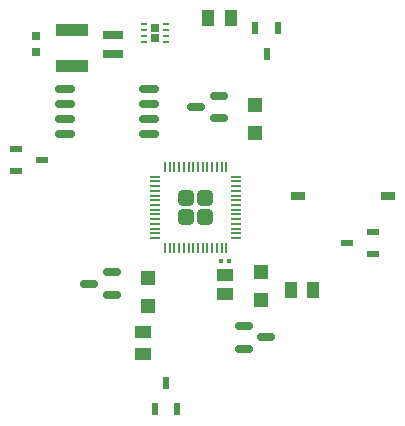
<source format=gbr>
%TF.GenerationSoftware,KiCad,Pcbnew,9.0.6*%
%TF.CreationDate,2025-12-07T19:18:26-08:00*%
%TF.ProjectId,redstone_comparator,72656473-746f-46e6-955f-636f6d706172,rev?*%
%TF.SameCoordinates,Original*%
%TF.FileFunction,Paste,Top*%
%TF.FilePolarity,Positive*%
%FSLAX46Y46*%
G04 Gerber Fmt 4.6, Leading zero omitted, Abs format (unit mm)*
G04 Created by KiCad (PCBNEW 9.0.6) date 2025-12-07 19:18:26*
%MOMM*%
%LPD*%
G01*
G04 APERTURE LIST*
G04 Aperture macros list*
%AMRoundRect*
0 Rectangle with rounded corners*
0 $1 Rounding radius*
0 $2 $3 $4 $5 $6 $7 $8 $9 X,Y pos of 4 corners*
0 Add a 4 corners polygon primitive as box body*
4,1,4,$2,$3,$4,$5,$6,$7,$8,$9,$2,$3,0*
0 Add four circle primitives for the rounded corners*
1,1,$1+$1,$2,$3*
1,1,$1+$1,$4,$5*
1,1,$1+$1,$6,$7*
1,1,$1+$1,$8,$9*
0 Add four rect primitives between the rounded corners*
20,1,$1+$1,$2,$3,$4,$5,0*
20,1,$1+$1,$4,$5,$6,$7,0*
20,1,$1+$1,$6,$7,$8,$9,0*
20,1,$1+$1,$8,$9,$2,$3,0*%
G04 Aperture macros list end*
%ADD10RoundRect,0.150000X0.587500X0.150000X-0.587500X0.150000X-0.587500X-0.150000X0.587500X-0.150000X0*%
%ADD11R,1.000000X1.450000*%
%ADD12R,0.750000X0.650000*%
%ADD13RoundRect,0.062500X0.187500X0.062500X-0.187500X0.062500X-0.187500X-0.062500X0.187500X-0.062500X0*%
%ADD14RoundRect,0.150000X-0.587500X-0.150000X0.587500X-0.150000X0.587500X0.150000X-0.587500X0.150000X0*%
%ADD15R,0.460000X0.420000*%
%ADD16R,1.800000X0.800000*%
%ADD17R,1.100000X0.600000*%
%ADD18R,0.700000X0.650000*%
%ADD19R,2.700000X1.100000*%
%ADD20R,1.250000X1.150000*%
%ADD21RoundRect,0.162500X-0.650000X-0.162500X0.650000X-0.162500X0.650000X0.162500X-0.650000X0.162500X0*%
%ADD22RoundRect,0.249999X-0.395001X-0.395001X0.395001X-0.395001X0.395001X0.395001X-0.395001X0.395001X0*%
%ADD23RoundRect,0.050000X-0.387500X-0.050000X0.387500X-0.050000X0.387500X0.050000X-0.387500X0.050000X0*%
%ADD24RoundRect,0.050000X-0.050000X-0.387500X0.050000X-0.387500X0.050000X0.387500X-0.050000X0.387500X0*%
%ADD25R,1.470000X1.020000*%
%ADD26R,0.600000X1.100000*%
%ADD27R,1.270000X0.760000*%
%ADD28R,1.450000X1.000000*%
G04 APERTURE END LIST*
D10*
%TO.C,Q3*%
X127875000Y-62400000D03*
X127875000Y-60500000D03*
X126000000Y-61450000D03*
%TD*%
D11*
%TO.C,R1*%
X136050000Y-39000000D03*
X137950000Y-39000000D03*
%TD*%
D12*
%TO.C,U3*%
X131550000Y-40650000D03*
X131550000Y-39850000D03*
D13*
X132500000Y-41000000D03*
X132500000Y-40500000D03*
X132500000Y-40000000D03*
X132500000Y-39500000D03*
X130600000Y-39500000D03*
X130600000Y-40000000D03*
X130600000Y-40500000D03*
X130600000Y-41000000D03*
%TD*%
D14*
%TO.C,Q2*%
X139062500Y-65050000D03*
X139062500Y-66950000D03*
X140937500Y-66000000D03*
%TD*%
D15*
%TO.C,C7*%
X137170000Y-59500000D03*
X137830000Y-59500000D03*
%TD*%
D16*
%TO.C,L1*%
X128000000Y-40400000D03*
X128000000Y-42000000D03*
%TD*%
D17*
%TO.C,D18*%
X150000000Y-58950000D03*
X150000000Y-57050000D03*
X147800000Y-58000000D03*
%TD*%
D18*
%TO.C,C5*%
X121500000Y-40500000D03*
X121500000Y-41850000D03*
%TD*%
D19*
%TO.C,R17*%
X124500000Y-40000000D03*
X124500000Y-43000000D03*
%TD*%
D20*
%TO.C,R18*%
X140000000Y-46325000D03*
X140000000Y-48675000D03*
%TD*%
D17*
%TO.C,D21*%
X119800000Y-50050000D03*
X119800000Y-51950000D03*
X122000000Y-51000000D03*
%TD*%
D21*
%TO.C,U5*%
X123912500Y-45000000D03*
X123912500Y-46270000D03*
X123912500Y-47540000D03*
X123912500Y-48810000D03*
X131087500Y-48810000D03*
X131087500Y-47540000D03*
X131087500Y-46270000D03*
X131087500Y-45000000D03*
%TD*%
D22*
%TO.C,U1*%
X134200000Y-54200000D03*
X134200000Y-55800000D03*
X135800000Y-54200000D03*
X135800000Y-55800000D03*
D23*
X131562500Y-52400000D03*
X131562500Y-52800001D03*
X131562500Y-53200000D03*
X131562500Y-53600000D03*
X131562500Y-54000000D03*
X131562500Y-54399999D03*
X131562500Y-54800000D03*
X131562500Y-55200000D03*
X131562500Y-55600001D03*
X131562500Y-56000000D03*
X131562500Y-56400000D03*
X131562500Y-56800000D03*
X131562500Y-57199999D03*
X131562500Y-57600000D03*
D24*
X132400000Y-58437500D03*
X132800001Y-58437500D03*
X133200000Y-58437500D03*
X133600000Y-58437500D03*
X134000000Y-58437500D03*
X134399999Y-58437500D03*
X134800000Y-58437500D03*
X135200000Y-58437500D03*
X135600001Y-58437500D03*
X136000000Y-58437500D03*
X136400000Y-58437500D03*
X136800000Y-58437500D03*
X137199999Y-58437500D03*
X137600000Y-58437500D03*
D23*
X138437500Y-57600000D03*
X138437500Y-57199999D03*
X138437500Y-56800000D03*
X138437500Y-56400000D03*
X138437500Y-56000000D03*
X138437500Y-55600001D03*
X138437500Y-55200000D03*
X138437500Y-54800000D03*
X138437500Y-54399999D03*
X138437500Y-54000000D03*
X138437500Y-53600000D03*
X138437500Y-53200000D03*
X138437500Y-52800001D03*
X138437500Y-52400000D03*
D24*
X137600000Y-51562500D03*
X137199999Y-51562500D03*
X136800000Y-51562500D03*
X136400000Y-51562500D03*
X136000000Y-51562500D03*
X135600001Y-51562500D03*
X135200000Y-51562500D03*
X134800000Y-51562500D03*
X134399999Y-51562500D03*
X134000000Y-51562500D03*
X133600000Y-51562500D03*
X133200000Y-51562500D03*
X132800001Y-51562500D03*
X132400000Y-51562500D03*
%TD*%
D25*
%TO.C,C6*%
X137500000Y-60700000D03*
X137500000Y-62300000D03*
%TD*%
D11*
%TO.C,R2*%
X143050000Y-62000000D03*
X144950000Y-62000000D03*
%TD*%
D20*
%TO.C,R19*%
X140500000Y-62850000D03*
X140500000Y-60500000D03*
%TD*%
D26*
%TO.C,D17*%
X141950000Y-39800000D03*
X140050000Y-39800000D03*
X141000000Y-42000000D03*
%TD*%
D20*
%TO.C,R20*%
X131000000Y-63350000D03*
X131000000Y-61000000D03*
%TD*%
D26*
%TO.C,D20*%
X131550000Y-72100000D03*
X133450000Y-72100000D03*
X132500000Y-69900000D03*
%TD*%
D27*
%TO.C,SW2*%
X143690000Y-54000000D03*
X151310000Y-54000000D03*
%TD*%
D10*
%TO.C,Q1*%
X136937500Y-47450000D03*
X136937500Y-45550000D03*
X135062500Y-46500000D03*
%TD*%
D28*
%TO.C,R3*%
X130500000Y-65550000D03*
X130500000Y-67450000D03*
%TD*%
M02*

</source>
